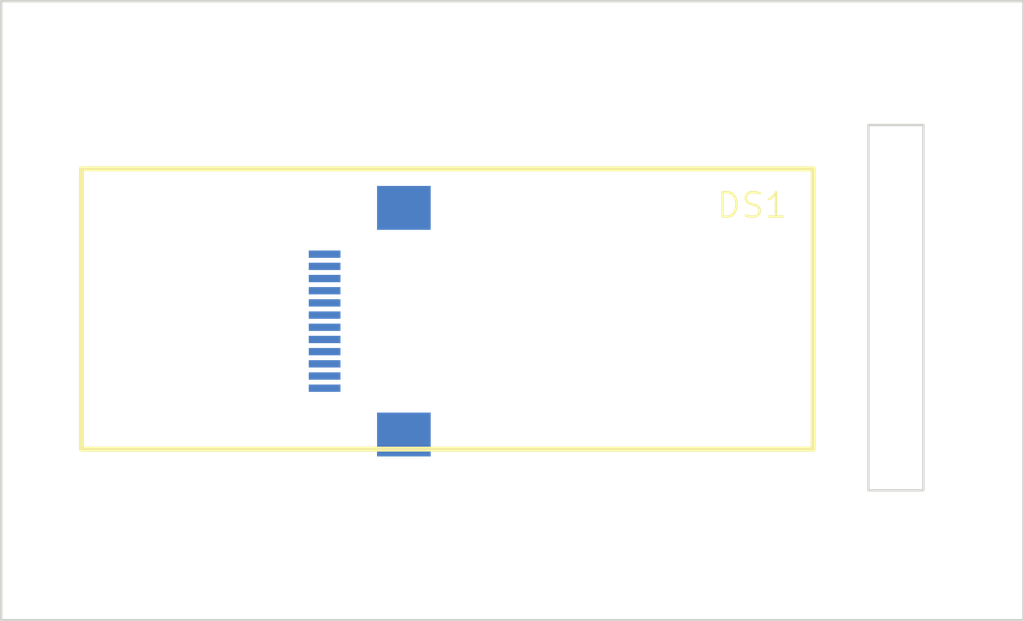
<source format=kicad_pcb>
(kicad_pcb (version 20221018) (generator pcbnew)
  (layers (0 "F.Cu" signal) (31 "B.Cu" signal) (34 "B.Paste" user) (35 "F.Paste" user) (36 "B.SilkS" user "B.Silkscreen") (37 "F.SilkS" user "F.Silkscreen") (38 "B.Mask" user) (39 "F.Mask" user) (44 "Edge.Cuts" user))
  (net 0 "")
  (footprint "MPP_Display:CFAL12832C-0091B-W" (layer "F.Cu") (at 126.48 81.81)
    (fp_text reference "DS1" (at 27.5 1.5 unlocked) (layer "F.SilkS") (effects (font (thickness 0.1))))
    (fp_text value "CFAL12832C-0091B-W")
    (fp_line (start 0 0) (end 0 11.5) (stroke (width 0.2032)) (layer "F.SilkS"))
    (fp_line (start 30 0) (end 0 0) (stroke (width 0.2032)) (layer "F.SilkS"))
    (fp_line (start 30 0) (end 30 11.5) (stroke (width 0.2032)) (layer "F.SilkS"))
    (fp_line (start 30 11.5) (end 0 11.5) (stroke (width 0.2032)) (layer "F.SilkS"))
    (pad "1" smd rect (at 9.97 3.5 90) (size 0.3 1.3) (layers "B.Cu" "B.Paste" "B.Mask"))
    (pad "2" smd rect (at 9.97 4 90) (size 0.3 1.3) (layers "B.Cu" "B.Paste" "B.Mask"))
    (pad "3" smd rect (at 9.97 4.5 90) (size 0.3 1.3) (layers "B.Cu" "B.Paste" "B.Mask"))
    (pad "4" smd rect (at 9.97 5 90) (size 0.3 1.3) (layers "B.Cu" "B.Paste" "B.Mask"))
    (pad "5" smd rect (at 9.97 5.5 90) (size 0.3 1.3) (layers "B.Cu" "B.Paste" "B.Mask"))
    (pad "6" smd rect (at 9.97 6 90) (size 0.3 1.3) (layers "B.Cu" "B.Paste" "B.Mask"))
    (pad "7" smd rect (at 9.97 6.5 90) (size 0.3 1.3) (layers "B.Cu" "B.Paste" "B.Mask"))
    (pad "8" smd rect (at 9.97 7 90) (size 0.3 1.3) (layers "B.Cu" "B.Paste" "B.Mask"))
    (pad "9" smd rect (at 9.97 7.5 90) (size 0.3 1.3) (layers "B.Cu" "B.Paste" "B.Mask"))
    (pad "10" smd rect (at 9.97 8 90) (size 0.3 1.3) (layers "B.Cu" "B.Paste" "B.Mask"))
    (pad "11" smd rect (at 9.97 8.5 90) (size 0.3 1.3) (layers "B.Cu" "B.Paste" "B.Mask"))
    (pad "12" smd rect (at 9.97 9 90) (size 0.3 1.3) (layers "B.Cu" "B.Paste" "B.Mask"))
    (pad "MP" smd rect (at 13.22 1.6 90) (size 1.8 2.2) (layers "B.Cu" "B.Paste" "B.Mask"))
    (pad "MP" smd rect (at 13.22 10.9 90) (size 1.8 2.2) (layers "B.Cu" "B.Paste" "B.Mask"))
  )
  (gr_rect (start 158.75 80.01) (end 161 95) (stroke (width 0.1)) (fill none) (layer "Edge.Cuts"))
  (gr_rect (start 123.19 74.93) (end 165.1 100.33) (stroke (width 0.1)) (fill none) (layer "Edge.Cuts"))
)
</source>
